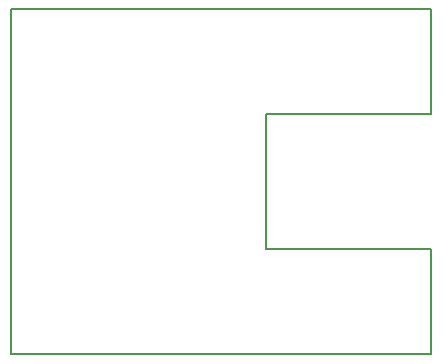
<source format=gbr>
G04 #@! TF.GenerationSoftware,KiCad,Pcbnew,(5.0.1)-rc2*
G04 #@! TF.CreationDate,2018-10-17T12:12:27+02:00*
G04 #@! TF.ProjectId,SensorV1,53656E736F7256312E6B696361645F70,rev?*
G04 #@! TF.SameCoordinates,Original*
G04 #@! TF.FileFunction,Profile,NP*
%FSLAX46Y46*%
G04 Gerber Fmt 4.6, Leading zero omitted, Abs format (unit mm)*
G04 Created by KiCad (PCBNEW (5.0.1)-rc2) date 2018-10-17 12:12:27*
%MOMM*%
%LPD*%
G01*
G04 APERTURE LIST*
%ADD10C,0.150000*%
G04 APERTURE END LIST*
D10*
X176530000Y-78740000D02*
X176530000Y-87630000D01*
X176530000Y-67310000D02*
X176530000Y-58420000D01*
X162560000Y-87630000D02*
X140970000Y-87630000D01*
X140970000Y-69850000D02*
X140970000Y-87630000D01*
X162425668Y-87630000D02*
X176530000Y-87630000D01*
X176530000Y-78740000D02*
X162560000Y-78740000D01*
X162560000Y-67310000D02*
X162560000Y-78740000D01*
X176530000Y-67310000D02*
X162560000Y-67310000D01*
X162560000Y-58420000D02*
X176530000Y-58420000D01*
X140970000Y-58420000D02*
X162560000Y-58420000D01*
X140970000Y-71120000D02*
X140970000Y-58420000D01*
M02*

</source>
